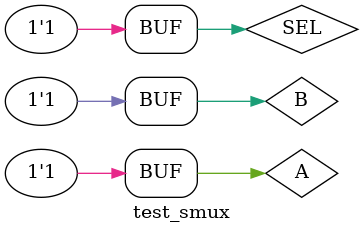
<source format=v>
module test_smux;
wire OUT;
reg A,B,SEL;

smux U0(.out(OUT),.a(A),.b(B),.sel(SEL));

initial
begin
  A=0;B=0;SEL=0;
  #10 A=0;B=0;SEL=1;
  #10 A=0;B=1;SEL=0;
  #10 A=0;B=1;SEL=1;
  #10 A=1;B=0;SEL=0;
  #10 A=1;B=0;SEL=1;
  #10 A=1;B=1;SEL=0;
  #10 A=1;B=1;SEL=1;
end

endmodule
</source>
